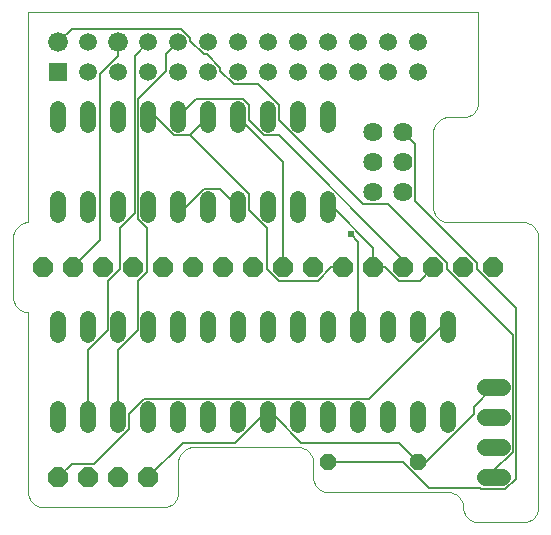
<source format=gbl>
G75*
%MOIN*%
%OFA0B0*%
%FSLAX24Y24*%
%IPPOS*%
%LPD*%
%AMOC8*
5,1,8,0,0,1.08239X$1,22.5*
%
%ADD10C,0.0000*%
%ADD11C,0.0520*%
%ADD12C,0.0640*%
%ADD13C,0.0560*%
%ADD14OC8,0.0660*%
%ADD15R,0.0594X0.0594*%
%ADD16C,0.0660*%
%ADD17C,0.0594*%
%ADD18OC8,0.0520*%
%ADD19C,0.0050*%
%ADD20C,0.0240*%
D10*
X006460Y006058D02*
X010460Y006058D01*
X010504Y006060D01*
X010547Y006066D01*
X010589Y006075D01*
X010631Y006088D01*
X010671Y006105D01*
X010710Y006125D01*
X010747Y006148D01*
X010781Y006175D01*
X010814Y006204D01*
X010843Y006237D01*
X010870Y006271D01*
X010893Y006308D01*
X010913Y006347D01*
X010930Y006387D01*
X010943Y006429D01*
X010952Y006471D01*
X010958Y006514D01*
X010960Y006558D01*
X010960Y007558D01*
X010962Y007602D01*
X010968Y007645D01*
X010977Y007687D01*
X010990Y007729D01*
X011007Y007769D01*
X011027Y007808D01*
X011050Y007845D01*
X011077Y007879D01*
X011106Y007912D01*
X011139Y007941D01*
X011173Y007968D01*
X011210Y007991D01*
X011249Y008011D01*
X011289Y008028D01*
X011331Y008041D01*
X011373Y008050D01*
X011416Y008056D01*
X011460Y008058D01*
X014960Y008058D01*
X015004Y008056D01*
X015047Y008050D01*
X015089Y008041D01*
X015131Y008028D01*
X015171Y008011D01*
X015210Y007991D01*
X015247Y007968D01*
X015281Y007941D01*
X015314Y007912D01*
X015343Y007879D01*
X015370Y007845D01*
X015393Y007808D01*
X015413Y007769D01*
X015430Y007729D01*
X015443Y007687D01*
X015452Y007645D01*
X015458Y007602D01*
X015460Y007558D01*
X015460Y007058D01*
X015462Y007014D01*
X015468Y006971D01*
X015477Y006929D01*
X015490Y006887D01*
X015507Y006847D01*
X015527Y006808D01*
X015550Y006771D01*
X015577Y006737D01*
X015606Y006704D01*
X015639Y006675D01*
X015673Y006648D01*
X015710Y006625D01*
X015749Y006605D01*
X015789Y006588D01*
X015831Y006575D01*
X015873Y006566D01*
X015916Y006560D01*
X015960Y006558D01*
X019960Y006558D01*
X020004Y006556D01*
X020047Y006550D01*
X020089Y006541D01*
X020131Y006528D01*
X020171Y006511D01*
X020210Y006491D01*
X020247Y006468D01*
X020281Y006441D01*
X020314Y006412D01*
X020343Y006379D01*
X020370Y006345D01*
X020393Y006308D01*
X020413Y006269D01*
X020430Y006229D01*
X020443Y006187D01*
X020452Y006145D01*
X020458Y006102D01*
X020460Y006058D01*
X020462Y006014D01*
X020468Y005971D01*
X020477Y005929D01*
X020490Y005887D01*
X020507Y005847D01*
X020527Y005808D01*
X020550Y005771D01*
X020577Y005737D01*
X020606Y005704D01*
X020639Y005675D01*
X020673Y005648D01*
X020710Y005625D01*
X020749Y005605D01*
X020789Y005588D01*
X020831Y005575D01*
X020873Y005566D01*
X020916Y005560D01*
X020960Y005558D01*
X022460Y005558D01*
X022504Y005560D01*
X022547Y005566D01*
X022589Y005575D01*
X022631Y005588D01*
X022671Y005605D01*
X022710Y005625D01*
X022747Y005648D01*
X022781Y005675D01*
X022814Y005704D01*
X022843Y005737D01*
X022870Y005771D01*
X022893Y005808D01*
X022913Y005847D01*
X022930Y005887D01*
X022943Y005929D01*
X022952Y005971D01*
X022958Y006014D01*
X022960Y006058D01*
X022960Y015058D01*
X022958Y015102D01*
X022952Y015145D01*
X022943Y015187D01*
X022930Y015229D01*
X022913Y015269D01*
X022893Y015308D01*
X022870Y015345D01*
X022843Y015379D01*
X022814Y015412D01*
X022781Y015441D01*
X022747Y015468D01*
X022710Y015491D01*
X022671Y015511D01*
X022631Y015528D01*
X022589Y015541D01*
X022547Y015550D01*
X022504Y015556D01*
X022460Y015558D01*
X019960Y015558D01*
X019916Y015560D01*
X019873Y015566D01*
X019831Y015575D01*
X019789Y015588D01*
X019749Y015605D01*
X019710Y015625D01*
X019673Y015648D01*
X019639Y015675D01*
X019606Y015704D01*
X019577Y015737D01*
X019550Y015771D01*
X019527Y015808D01*
X019507Y015847D01*
X019490Y015887D01*
X019477Y015929D01*
X019468Y015971D01*
X019462Y016014D01*
X019460Y016058D01*
X019460Y018558D01*
X019462Y018602D01*
X019468Y018645D01*
X019477Y018687D01*
X019490Y018729D01*
X019507Y018769D01*
X019527Y018808D01*
X019550Y018845D01*
X019577Y018879D01*
X019606Y018912D01*
X019639Y018941D01*
X019673Y018968D01*
X019710Y018991D01*
X019749Y019011D01*
X019789Y019028D01*
X019831Y019041D01*
X019873Y019050D01*
X019916Y019056D01*
X019960Y019058D01*
X020460Y019058D01*
X020504Y019060D01*
X020547Y019066D01*
X020589Y019075D01*
X020631Y019088D01*
X020671Y019105D01*
X020710Y019125D01*
X020747Y019148D01*
X020781Y019175D01*
X020814Y019204D01*
X020843Y019237D01*
X020870Y019271D01*
X020893Y019308D01*
X020913Y019347D01*
X020930Y019387D01*
X020943Y019429D01*
X020952Y019471D01*
X020958Y019514D01*
X020960Y019558D01*
X020960Y022558D01*
X005960Y022558D01*
X005960Y015558D01*
X005916Y015556D01*
X005873Y015550D01*
X005831Y015541D01*
X005789Y015528D01*
X005749Y015511D01*
X005710Y015491D01*
X005673Y015468D01*
X005639Y015441D01*
X005606Y015412D01*
X005577Y015379D01*
X005550Y015345D01*
X005527Y015308D01*
X005507Y015269D01*
X005490Y015229D01*
X005477Y015187D01*
X005468Y015145D01*
X005462Y015102D01*
X005460Y015058D01*
X005460Y013058D01*
X005462Y013014D01*
X005468Y012971D01*
X005477Y012929D01*
X005490Y012887D01*
X005507Y012847D01*
X005527Y012808D01*
X005550Y012771D01*
X005577Y012737D01*
X005606Y012704D01*
X005639Y012675D01*
X005673Y012648D01*
X005710Y012625D01*
X005749Y012605D01*
X005789Y012588D01*
X005831Y012575D01*
X005873Y012566D01*
X005916Y012560D01*
X005960Y012558D01*
X005960Y006558D01*
X005962Y006514D01*
X005968Y006471D01*
X005977Y006429D01*
X005990Y006387D01*
X006007Y006347D01*
X006027Y006308D01*
X006050Y006271D01*
X006077Y006237D01*
X006106Y006204D01*
X006139Y006175D01*
X006173Y006148D01*
X006210Y006125D01*
X006249Y006105D01*
X006289Y006088D01*
X006331Y006075D01*
X006373Y006066D01*
X006416Y006060D01*
X006460Y006058D01*
D11*
X006960Y008798D02*
X006960Y009318D01*
X007960Y009318D02*
X007960Y008798D01*
X008960Y008798D02*
X008960Y009318D01*
X009960Y009318D02*
X009960Y008798D01*
X010960Y008798D02*
X010960Y009318D01*
X011960Y009318D02*
X011960Y008798D01*
X012960Y008798D02*
X012960Y009318D01*
X013960Y009318D02*
X013960Y008798D01*
X014960Y008798D02*
X014960Y009318D01*
X015960Y009318D02*
X015960Y008798D01*
X016960Y008798D02*
X016960Y009318D01*
X017960Y009318D02*
X017960Y008798D01*
X018960Y008798D02*
X018960Y009318D01*
X019960Y009318D02*
X019960Y008798D01*
X019960Y011798D02*
X019960Y012318D01*
X018960Y012318D02*
X018960Y011798D01*
X017960Y011798D02*
X017960Y012318D01*
X016960Y012318D02*
X016960Y011798D01*
X015960Y011798D02*
X015960Y012318D01*
X014960Y012318D02*
X014960Y011798D01*
X013960Y011798D02*
X013960Y012318D01*
X012960Y012318D02*
X012960Y011798D01*
X011960Y011798D02*
X011960Y012318D01*
X010960Y012318D02*
X010960Y011798D01*
X009960Y011798D02*
X009960Y012318D01*
X008960Y012318D02*
X008960Y011798D01*
X007960Y011798D02*
X007960Y012318D01*
X006960Y012318D02*
X006960Y011798D01*
X006960Y015798D02*
X006960Y016318D01*
X007960Y016318D02*
X007960Y015798D01*
X008960Y015798D02*
X008960Y016318D01*
X009960Y016318D02*
X009960Y015798D01*
X010960Y015798D02*
X010960Y016318D01*
X011960Y016318D02*
X011960Y015798D01*
X012960Y015798D02*
X012960Y016318D01*
X013960Y016318D02*
X013960Y015798D01*
X014960Y015798D02*
X014960Y016318D01*
X015960Y016318D02*
X015960Y015798D01*
X015960Y018798D02*
X015960Y019318D01*
X014960Y019318D02*
X014960Y018798D01*
X013960Y018798D02*
X013960Y019318D01*
X012960Y019318D02*
X012960Y018798D01*
X011960Y018798D02*
X011960Y019318D01*
X010960Y019318D02*
X010960Y018798D01*
X009960Y018798D02*
X009960Y019318D01*
X008960Y019318D02*
X008960Y018798D01*
X007960Y018798D02*
X007960Y019318D01*
X006960Y019318D02*
X006960Y018798D01*
D12*
X017460Y018558D03*
X018460Y018558D03*
X018460Y017558D03*
X017460Y017558D03*
X017460Y016558D03*
X018460Y016558D03*
D13*
X021180Y010058D02*
X021740Y010058D01*
X021740Y009058D02*
X021180Y009058D01*
X021180Y008058D02*
X021740Y008058D01*
X021740Y007058D02*
X021180Y007058D01*
D14*
X009960Y007058D03*
X008960Y007058D03*
X007960Y007058D03*
X006960Y007058D03*
X006460Y014058D03*
X007460Y014058D03*
X008460Y014058D03*
X009460Y014058D03*
X010460Y014058D03*
X011460Y014058D03*
X012460Y014058D03*
X013460Y014058D03*
X014460Y014058D03*
X015460Y014058D03*
X016460Y014058D03*
X017460Y014058D03*
X018460Y014058D03*
X019460Y014058D03*
X020460Y014058D03*
X021460Y014058D03*
D15*
X006960Y020558D03*
D16*
X006960Y021558D03*
X008960Y021558D03*
D17*
X009960Y021558D03*
X010960Y021558D03*
X011960Y021558D03*
X012960Y021558D03*
X013960Y021558D03*
X014960Y021558D03*
X015960Y021558D03*
X016960Y021558D03*
X017960Y021558D03*
X018960Y021558D03*
X018960Y020558D03*
X017960Y020558D03*
X016960Y020558D03*
X015960Y020558D03*
X014960Y020558D03*
X013960Y020558D03*
X012960Y020558D03*
X011960Y020558D03*
X010960Y020558D03*
X009960Y020558D03*
X008960Y020558D03*
X007960Y020558D03*
X007960Y021558D03*
D18*
X015960Y007558D03*
X018960Y007558D03*
D19*
X018310Y008208D01*
X015060Y008208D01*
X014210Y009058D01*
X013960Y009058D01*
X013710Y009058D01*
X012860Y008208D01*
X011110Y008208D01*
X009960Y007058D01*
X009310Y008658D02*
X008160Y007508D01*
X007410Y007508D01*
X006960Y007058D01*
X009310Y008658D02*
X009310Y009158D01*
X009810Y009658D01*
X017310Y009658D01*
X019710Y012058D01*
X019960Y012058D01*
X019910Y014008D02*
X022110Y011808D01*
X022110Y007908D01*
X021460Y007258D01*
X021460Y007058D01*
X021860Y006658D02*
X021060Y006658D01*
X021010Y006708D01*
X019310Y006708D01*
X018460Y007558D01*
X015960Y007558D01*
X018960Y007558D02*
X019210Y007558D01*
X020810Y009158D01*
X020810Y009408D01*
X021460Y010058D01*
X022210Y012708D02*
X020910Y014008D01*
X020910Y014208D01*
X018860Y016258D01*
X018860Y018158D01*
X018460Y018558D01*
X017960Y016158D02*
X017110Y016158D01*
X014310Y018958D01*
X014310Y019458D01*
X013610Y020158D01*
X012810Y020158D01*
X012360Y020608D01*
X012360Y020708D01*
X011910Y021158D01*
X011810Y021158D01*
X011360Y021608D01*
X011360Y021708D01*
X011060Y022008D01*
X007410Y022008D01*
X006960Y021558D01*
X008360Y020508D02*
X008360Y014958D01*
X007460Y014058D01*
X008610Y013608D02*
X009010Y014008D01*
X009010Y015358D01*
X009510Y015858D01*
X009510Y021108D01*
X009960Y021558D01*
X010560Y021158D02*
X010960Y021558D01*
X010560Y021158D02*
X010560Y020608D01*
X009610Y019658D01*
X009610Y015658D01*
X009910Y015358D01*
X009910Y013908D01*
X009610Y013608D01*
X009610Y011958D01*
X008960Y011308D01*
X008960Y009058D01*
X007960Y009058D02*
X007960Y011308D01*
X008610Y011958D01*
X008610Y013608D01*
X010960Y016058D02*
X011210Y016058D01*
X011810Y016658D01*
X012360Y016658D01*
X012960Y016058D01*
X013310Y015958D02*
X013310Y016508D01*
X011360Y018458D01*
X011960Y019058D01*
X011360Y018458D02*
X010810Y018458D01*
X010210Y019058D01*
X009960Y019058D01*
X010960Y019058D02*
X011560Y019658D01*
X013110Y019658D01*
X013310Y019458D01*
X013310Y018958D01*
X013810Y018458D01*
X014310Y018458D01*
X018460Y014308D01*
X018460Y014058D01*
X018310Y013608D02*
X019010Y013608D01*
X019460Y014058D01*
X019910Y014008D02*
X019910Y014208D01*
X017960Y016158D01*
X016710Y015158D02*
X016960Y014908D01*
X016960Y012058D01*
X015610Y013608D02*
X014310Y013608D01*
X013910Y014008D01*
X013910Y015358D01*
X013310Y015958D01*
X014460Y017558D02*
X012960Y019058D01*
X014460Y017558D02*
X014460Y014058D01*
X015610Y013608D02*
X016060Y014058D01*
X016460Y014058D01*
X017460Y014058D02*
X017460Y014708D01*
X016110Y016058D01*
X015960Y016058D01*
X017460Y014058D02*
X017860Y014058D01*
X018310Y013608D01*
X022210Y012708D02*
X022210Y007008D01*
X021860Y006658D01*
X008360Y020508D02*
X008960Y021108D01*
X008960Y021558D01*
D20*
X016710Y015158D03*
M02*

</source>
